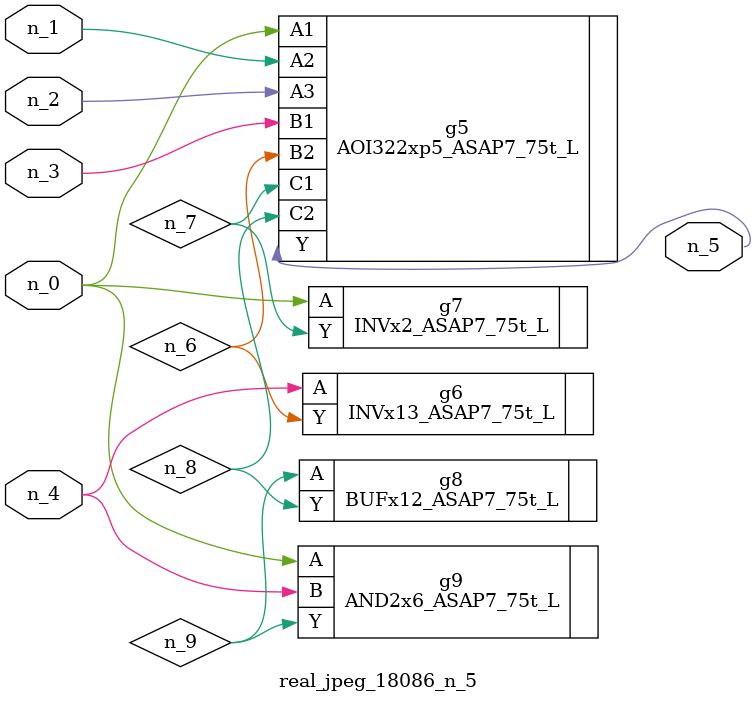
<source format=v>
module real_jpeg_18086_n_5 (n_4, n_0, n_1, n_2, n_3, n_5);

input n_4;
input n_0;
input n_1;
input n_2;
input n_3;

output n_5;

wire n_8;
wire n_6;
wire n_7;
wire n_9;

AOI322xp5_ASAP7_75t_L g5 ( 
.A1(n_0),
.A2(n_1),
.A3(n_2),
.B1(n_3),
.B2(n_6),
.C1(n_7),
.C2(n_8),
.Y(n_5)
);

INVx2_ASAP7_75t_L g7 ( 
.A(n_0),
.Y(n_7)
);

AND2x6_ASAP7_75t_L g9 ( 
.A(n_0),
.B(n_4),
.Y(n_9)
);

INVx13_ASAP7_75t_L g6 ( 
.A(n_4),
.Y(n_6)
);

BUFx12_ASAP7_75t_L g8 ( 
.A(n_9),
.Y(n_8)
);


endmodule
</source>
